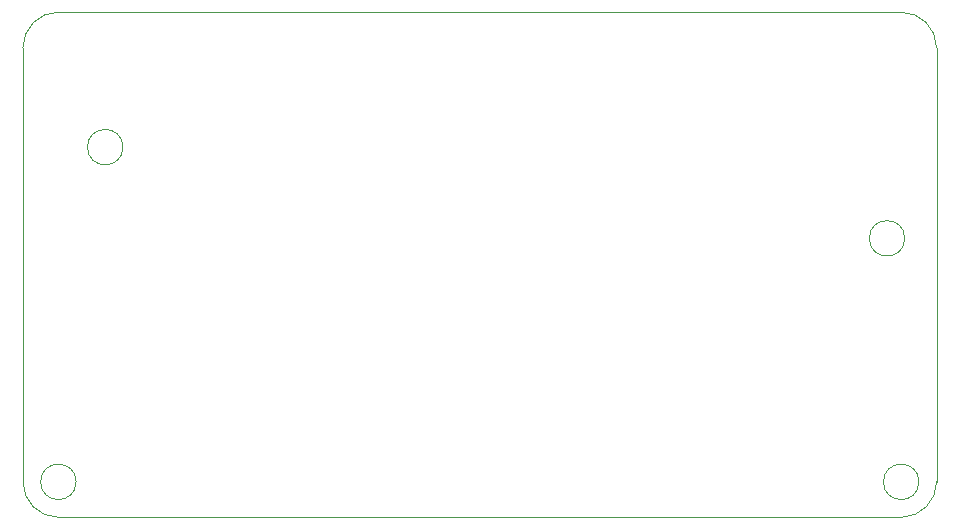
<source format=gm1>
G04*
G04 #@! TF.GenerationSoftware,Altium Limited,Altium Designer,24.0.1 (36)*
G04*
G04 Layer_Color=16711935*
%FSLAX44Y44*%
%MOMM*%
G71*
G04*
G04 #@! TF.SameCoordinates,5B0ED70E-373C-42BA-93D7-FD99D67A1B07*
G04*
G04*
G04 #@! TF.FilePolarity,Positive*
G04*
G01*
G75*
%ADD63C,0.0127*%
D63*
X1233692Y969010D02*
G03*
X1233692Y969010I-15000J0D01*
G01*
X571768Y1046226D02*
G03*
X571768Y1046226I-15000J0D01*
G01*
X1245690Y762810D02*
G03*
X1245690Y762810I-15000J0D01*
G01*
X532110D02*
G03*
X532110Y762810I-15000J0D01*
G01*
X1230690Y732810D02*
G03*
X1260690Y762810I0J30000D01*
G01*
X487110D02*
G03*
X517110Y732810I30000J0D01*
G01*
Y1160461D02*
G03*
X487110Y1130461I0J-30000D01*
G01*
X1260690D02*
G03*
X1230690Y1160461I-30000J0D01*
G01*
X1260690Y762810D02*
Y1130461D01*
X517110Y732810D02*
X1230690D01*
X487110Y762810D02*
Y1130461D01*
X517110Y1160461D02*
X1230690D01*
M02*

</source>
